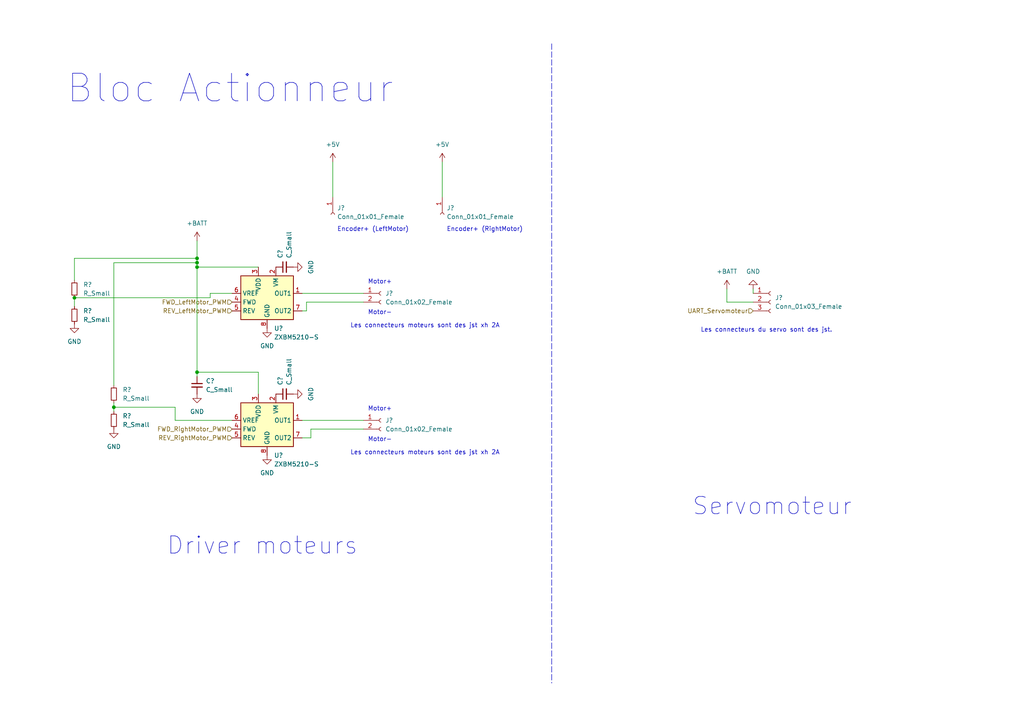
<source format=kicad_sch>
(kicad_sch (version 20211123) (generator eeschema)

  (uuid 80efd060-67af-4932-b9e1-fe230af71651)

  (paper "A4")

  (lib_symbols
    (symbol "Connector:Conn_01x01_Female" (pin_names (offset 1.016) hide) (in_bom yes) (on_board yes)
      (property "Reference" "J" (id 0) (at 0 2.54 0)
        (effects (font (size 1.27 1.27)))
      )
      (property "Value" "Conn_01x01_Female" (id 1) (at 0 -2.54 0)
        (effects (font (size 1.27 1.27)))
      )
      (property "Footprint" "" (id 2) (at 0 0 0)
        (effects (font (size 1.27 1.27)) hide)
      )
      (property "Datasheet" "~" (id 3) (at 0 0 0)
        (effects (font (size 1.27 1.27)) hide)
      )
      (property "ki_keywords" "connector" (id 4) (at 0 0 0)
        (effects (font (size 1.27 1.27)) hide)
      )
      (property "ki_description" "Generic connector, single row, 01x01, script generated (kicad-library-utils/schlib/autogen/connector/)" (id 5) (at 0 0 0)
        (effects (font (size 1.27 1.27)) hide)
      )
      (property "ki_fp_filters" "Connector*:*" (id 6) (at 0 0 0)
        (effects (font (size 1.27 1.27)) hide)
      )
      (symbol "Conn_01x01_Female_1_1"
        (polyline
          (pts
            (xy -1.27 0)
            (xy -0.508 0)
          )
          (stroke (width 0.1524) (type default) (color 0 0 0 0))
          (fill (type none))
        )
        (arc (start 0 0.508) (mid -0.508 0) (end 0 -0.508)
          (stroke (width 0.1524) (type default) (color 0 0 0 0))
          (fill (type none))
        )
        (pin passive line (at -5.08 0 0) (length 3.81)
          (name "Pin_1" (effects (font (size 1.27 1.27))))
          (number "1" (effects (font (size 1.27 1.27))))
        )
      )
    )
    (symbol "Connector:Conn_01x02_Female" (pin_names (offset 1.016) hide) (in_bom yes) (on_board yes)
      (property "Reference" "J" (id 0) (at 0 2.54 0)
        (effects (font (size 1.27 1.27)))
      )
      (property "Value" "Conn_01x02_Female" (id 1) (at 0 -5.08 0)
        (effects (font (size 1.27 1.27)))
      )
      (property "Footprint" "" (id 2) (at 0 0 0)
        (effects (font (size 1.27 1.27)) hide)
      )
      (property "Datasheet" "~" (id 3) (at 0 0 0)
        (effects (font (size 1.27 1.27)) hide)
      )
      (property "ki_keywords" "connector" (id 4) (at 0 0 0)
        (effects (font (size 1.27 1.27)) hide)
      )
      (property "ki_description" "Generic connector, single row, 01x02, script generated (kicad-library-utils/schlib/autogen/connector/)" (id 5) (at 0 0 0)
        (effects (font (size 1.27 1.27)) hide)
      )
      (property "ki_fp_filters" "Connector*:*_1x??_*" (id 6) (at 0 0 0)
        (effects (font (size 1.27 1.27)) hide)
      )
      (symbol "Conn_01x02_Female_1_1"
        (arc (start 0 -2.032) (mid -0.508 -2.54) (end 0 -3.048)
          (stroke (width 0.1524) (type default) (color 0 0 0 0))
          (fill (type none))
        )
        (polyline
          (pts
            (xy -1.27 -2.54)
            (xy -0.508 -2.54)
          )
          (stroke (width 0.1524) (type default) (color 0 0 0 0))
          (fill (type none))
        )
        (polyline
          (pts
            (xy -1.27 0)
            (xy -0.508 0)
          )
          (stroke (width 0.1524) (type default) (color 0 0 0 0))
          (fill (type none))
        )
        (arc (start 0 0.508) (mid -0.508 0) (end 0 -0.508)
          (stroke (width 0.1524) (type default) (color 0 0 0 0))
          (fill (type none))
        )
        (pin passive line (at -5.08 0 0) (length 3.81)
          (name "Pin_1" (effects (font (size 1.27 1.27))))
          (number "1" (effects (font (size 1.27 1.27))))
        )
        (pin passive line (at -5.08 -2.54 0) (length 3.81)
          (name "Pin_2" (effects (font (size 1.27 1.27))))
          (number "2" (effects (font (size 1.27 1.27))))
        )
      )
    )
    (symbol "Connector:Conn_01x03_Female" (pin_names (offset 1.016) hide) (in_bom yes) (on_board yes)
      (property "Reference" "J" (id 0) (at 0 5.08 0)
        (effects (font (size 1.27 1.27)))
      )
      (property "Value" "Conn_01x03_Female" (id 1) (at 0 -5.08 0)
        (effects (font (size 1.27 1.27)))
      )
      (property "Footprint" "" (id 2) (at 0 0 0)
        (effects (font (size 1.27 1.27)) hide)
      )
      (property "Datasheet" "~" (id 3) (at 0 0 0)
        (effects (font (size 1.27 1.27)) hide)
      )
      (property "ki_keywords" "connector" (id 4) (at 0 0 0)
        (effects (font (size 1.27 1.27)) hide)
      )
      (property "ki_description" "Generic connector, single row, 01x03, script generated (kicad-library-utils/schlib/autogen/connector/)" (id 5) (at 0 0 0)
        (effects (font (size 1.27 1.27)) hide)
      )
      (property "ki_fp_filters" "Connector*:*_1x??_*" (id 6) (at 0 0 0)
        (effects (font (size 1.27 1.27)) hide)
      )
      (symbol "Conn_01x03_Female_1_1"
        (arc (start 0 -2.032) (mid -0.508 -2.54) (end 0 -3.048)
          (stroke (width 0.1524) (type default) (color 0 0 0 0))
          (fill (type none))
        )
        (polyline
          (pts
            (xy -1.27 -2.54)
            (xy -0.508 -2.54)
          )
          (stroke (width 0.1524) (type default) (color 0 0 0 0))
          (fill (type none))
        )
        (polyline
          (pts
            (xy -1.27 0)
            (xy -0.508 0)
          )
          (stroke (width 0.1524) (type default) (color 0 0 0 0))
          (fill (type none))
        )
        (polyline
          (pts
            (xy -1.27 2.54)
            (xy -0.508 2.54)
          )
          (stroke (width 0.1524) (type default) (color 0 0 0 0))
          (fill (type none))
        )
        (arc (start 0 0.508) (mid -0.508 0) (end 0 -0.508)
          (stroke (width 0.1524) (type default) (color 0 0 0 0))
          (fill (type none))
        )
        (arc (start 0 3.048) (mid -0.508 2.54) (end 0 2.032)
          (stroke (width 0.1524) (type default) (color 0 0 0 0))
          (fill (type none))
        )
        (pin passive line (at -5.08 2.54 0) (length 3.81)
          (name "Pin_1" (effects (font (size 1.27 1.27))))
          (number "1" (effects (font (size 1.27 1.27))))
        )
        (pin passive line (at -5.08 0 0) (length 3.81)
          (name "Pin_2" (effects (font (size 1.27 1.27))))
          (number "2" (effects (font (size 1.27 1.27))))
        )
        (pin passive line (at -5.08 -2.54 0) (length 3.81)
          (name "Pin_3" (effects (font (size 1.27 1.27))))
          (number "3" (effects (font (size 1.27 1.27))))
        )
      )
    )
    (symbol "Device:C_Small" (pin_numbers hide) (pin_names (offset 0.254) hide) (in_bom yes) (on_board yes)
      (property "Reference" "C" (id 0) (at 0.254 1.778 0)
        (effects (font (size 1.27 1.27)) (justify left))
      )
      (property "Value" "C_Small" (id 1) (at 0.254 -2.032 0)
        (effects (font (size 1.27 1.27)) (justify left))
      )
      (property "Footprint" "" (id 2) (at 0 0 0)
        (effects (font (size 1.27 1.27)) hide)
      )
      (property "Datasheet" "~" (id 3) (at 0 0 0)
        (effects (font (size 1.27 1.27)) hide)
      )
      (property "ki_keywords" "capacitor cap" (id 4) (at 0 0 0)
        (effects (font (size 1.27 1.27)) hide)
      )
      (property "ki_description" "Unpolarized capacitor, small symbol" (id 5) (at 0 0 0)
        (effects (font (size 1.27 1.27)) hide)
      )
      (property "ki_fp_filters" "C_*" (id 6) (at 0 0 0)
        (effects (font (size 1.27 1.27)) hide)
      )
      (symbol "C_Small_0_1"
        (polyline
          (pts
            (xy -1.524 -0.508)
            (xy 1.524 -0.508)
          )
          (stroke (width 0.3302) (type default) (color 0 0 0 0))
          (fill (type none))
        )
        (polyline
          (pts
            (xy -1.524 0.508)
            (xy 1.524 0.508)
          )
          (stroke (width 0.3048) (type default) (color 0 0 0 0))
          (fill (type none))
        )
      )
      (symbol "C_Small_1_1"
        (pin passive line (at 0 2.54 270) (length 2.032)
          (name "~" (effects (font (size 1.27 1.27))))
          (number "1" (effects (font (size 1.27 1.27))))
        )
        (pin passive line (at 0 -2.54 90) (length 2.032)
          (name "~" (effects (font (size 1.27 1.27))))
          (number "2" (effects (font (size 1.27 1.27))))
        )
      )
    )
    (symbol "Device:R_Small" (pin_numbers hide) (pin_names (offset 0.254) hide) (in_bom yes) (on_board yes)
      (property "Reference" "R" (id 0) (at 0.762 0.508 0)
        (effects (font (size 1.27 1.27)) (justify left))
      )
      (property "Value" "R_Small" (id 1) (at 0.762 -1.016 0)
        (effects (font (size 1.27 1.27)) (justify left))
      )
      (property "Footprint" "" (id 2) (at 0 0 0)
        (effects (font (size 1.27 1.27)) hide)
      )
      (property "Datasheet" "~" (id 3) (at 0 0 0)
        (effects (font (size 1.27 1.27)) hide)
      )
      (property "ki_keywords" "R resistor" (id 4) (at 0 0 0)
        (effects (font (size 1.27 1.27)) hide)
      )
      (property "ki_description" "Resistor, small symbol" (id 5) (at 0 0 0)
        (effects (font (size 1.27 1.27)) hide)
      )
      (property "ki_fp_filters" "R_*" (id 6) (at 0 0 0)
        (effects (font (size 1.27 1.27)) hide)
      )
      (symbol "R_Small_0_1"
        (rectangle (start -0.762 1.778) (end 0.762 -1.778)
          (stroke (width 0.2032) (type default) (color 0 0 0 0))
          (fill (type none))
        )
      )
      (symbol "R_Small_1_1"
        (pin passive line (at 0 2.54 270) (length 0.762)
          (name "~" (effects (font (size 1.27 1.27))))
          (number "1" (effects (font (size 1.27 1.27))))
        )
        (pin passive line (at 0 -2.54 90) (length 0.762)
          (name "~" (effects (font (size 1.27 1.27))))
          (number "2" (effects (font (size 1.27 1.27))))
        )
      )
    )
    (symbol "Driver_Motor:ZXBM5210-S" (in_bom yes) (on_board yes)
      (property "Reference" "U" (id 0) (at -7.62 8.89 0)
        (effects (font (size 1.27 1.27)))
      )
      (property "Value" "ZXBM5210-S" (id 1) (at 10.16 8.89 0)
        (effects (font (size 1.27 1.27)))
      )
      (property "Footprint" "Package_SO:SOIC-8_3.9x4.9mm_P1.27mm" (id 2) (at 1.27 -6.35 0)
        (effects (font (size 1.27 1.27)) hide)
      )
      (property "Datasheet" "https://www.diodes.com/assets/Datasheets/ZXBM5210.pdf" (id 3) (at 0 0 0)
        (effects (font (size 1.27 1.27)) hide)
      )
      (property "ki_keywords" "H-bridge, motor driver, PWM, single coil" (id 4) (at 0 0 0)
        (effects (font (size 1.27 1.27)) hide)
      )
      (property "ki_description" "Reversible DC motor drive with speed control, 3-18V, 0.85A, SOIC-8" (id 5) (at 0 0 0)
        (effects (font (size 1.27 1.27)) hide)
      )
      (property "ki_fp_filters" "SOIC*3.9x4.9mm*P1.27mm*" (id 6) (at 0 0 0)
        (effects (font (size 1.27 1.27)) hide)
      )
      (symbol "ZXBM5210-S_0_0"
        (pin output line (at 10.16 2.54 180) (length 2.54)
          (name "OUT1" (effects (font (size 1.27 1.27))))
          (number "1" (effects (font (size 1.27 1.27))))
        )
        (pin power_in line (at 2.54 10.16 270) (length 2.54)
          (name "VM" (effects (font (size 1.27 1.27))))
          (number "2" (effects (font (size 1.27 1.27))))
        )
        (pin power_in line (at -2.54 10.16 270) (length 2.54)
          (name "VDD" (effects (font (size 1.27 1.27))))
          (number "3" (effects (font (size 1.27 1.27))))
        )
        (pin input line (at -10.16 0 0) (length 2.54)
          (name "FWD" (effects (font (size 1.27 1.27))))
          (number "4" (effects (font (size 1.27 1.27))))
        )
        (pin input line (at -10.16 -2.54 0) (length 2.54)
          (name "REV" (effects (font (size 1.27 1.27))))
          (number "5" (effects (font (size 1.27 1.27))))
        )
        (pin input line (at -10.16 2.54 0) (length 2.54)
          (name "VREF" (effects (font (size 1.27 1.27))))
          (number "6" (effects (font (size 1.27 1.27))))
        )
        (pin output line (at 10.16 -2.54 180) (length 2.54)
          (name "OUT2" (effects (font (size 1.27 1.27))))
          (number "7" (effects (font (size 1.27 1.27))))
        )
        (pin power_in line (at 0 -7.62 90) (length 2.54)
          (name "GND" (effects (font (size 1.27 1.27))))
          (number "8" (effects (font (size 1.27 1.27))))
        )
      )
      (symbol "ZXBM5210-S_0_1"
        (rectangle (start -7.62 7.62) (end 7.62 -5.08)
          (stroke (width 0.254) (type default) (color 0 0 0 0))
          (fill (type background))
        )
      )
    )
    (symbol "power:+5V" (power) (pin_names (offset 0)) (in_bom yes) (on_board yes)
      (property "Reference" "#PWR" (id 0) (at 0 -3.81 0)
        (effects (font (size 1.27 1.27)) hide)
      )
      (property "Value" "+5V" (id 1) (at 0 3.556 0)
        (effects (font (size 1.27 1.27)))
      )
      (property "Footprint" "" (id 2) (at 0 0 0)
        (effects (font (size 1.27 1.27)) hide)
      )
      (property "Datasheet" "" (id 3) (at 0 0 0)
        (effects (font (size 1.27 1.27)) hide)
      )
      (property "ki_keywords" "power-flag" (id 4) (at 0 0 0)
        (effects (font (size 1.27 1.27)) hide)
      )
      (property "ki_description" "Power symbol creates a global label with name \"+5V\"" (id 5) (at 0 0 0)
        (effects (font (size 1.27 1.27)) hide)
      )
      (symbol "+5V_0_1"
        (polyline
          (pts
            (xy -0.762 1.27)
            (xy 0 2.54)
          )
          (stroke (width 0) (type default) (color 0 0 0 0))
          (fill (type none))
        )
        (polyline
          (pts
            (xy 0 0)
            (xy 0 2.54)
          )
          (stroke (width 0) (type default) (color 0 0 0 0))
          (fill (type none))
        )
        (polyline
          (pts
            (xy 0 2.54)
            (xy 0.762 1.27)
          )
          (stroke (width 0) (type default) (color 0 0 0 0))
          (fill (type none))
        )
      )
      (symbol "+5V_1_1"
        (pin power_in line (at 0 0 90) (length 0) hide
          (name "+5V" (effects (font (size 1.27 1.27))))
          (number "1" (effects (font (size 1.27 1.27))))
        )
      )
    )
    (symbol "power:+BATT" (power) (pin_names (offset 0)) (in_bom yes) (on_board yes)
      (property "Reference" "#PWR" (id 0) (at 0 -3.81 0)
        (effects (font (size 1.27 1.27)) hide)
      )
      (property "Value" "+BATT" (id 1) (at 0 3.556 0)
        (effects (font (size 1.27 1.27)))
      )
      (property "Footprint" "" (id 2) (at 0 0 0)
        (effects (font (size 1.27 1.27)) hide)
      )
      (property "Datasheet" "" (id 3) (at 0 0 0)
        (effects (font (size 1.27 1.27)) hide)
      )
      (property "ki_keywords" "power-flag battery" (id 4) (at 0 0 0)
        (effects (font (size 1.27 1.27)) hide)
      )
      (property "ki_description" "Power symbol creates a global label with name \"+BATT\"" (id 5) (at 0 0 0)
        (effects (font (size 1.27 1.27)) hide)
      )
      (symbol "+BATT_0_1"
        (polyline
          (pts
            (xy -0.762 1.27)
            (xy 0 2.54)
          )
          (stroke (width 0) (type default) (color 0 0 0 0))
          (fill (type none))
        )
        (polyline
          (pts
            (xy 0 0)
            (xy 0 2.54)
          )
          (stroke (width 0) (type default) (color 0 0 0 0))
          (fill (type none))
        )
        (polyline
          (pts
            (xy 0 2.54)
            (xy 0.762 1.27)
          )
          (stroke (width 0) (type default) (color 0 0 0 0))
          (fill (type none))
        )
      )
      (symbol "+BATT_1_1"
        (pin power_in line (at 0 0 90) (length 0) hide
          (name "+BATT" (effects (font (size 1.27 1.27))))
          (number "1" (effects (font (size 1.27 1.27))))
        )
      )
    )
    (symbol "power:GND" (power) (pin_names (offset 0)) (in_bom yes) (on_board yes)
      (property "Reference" "#PWR" (id 0) (at 0 -6.35 0)
        (effects (font (size 1.27 1.27)) hide)
      )
      (property "Value" "GND" (id 1) (at 0 -3.81 0)
        (effects (font (size 1.27 1.27)))
      )
      (property "Footprint" "" (id 2) (at 0 0 0)
        (effects (font (size 1.27 1.27)) hide)
      )
      (property "Datasheet" "" (id 3) (at 0 0 0)
        (effects (font (size 1.27 1.27)) hide)
      )
      (property "ki_keywords" "power-flag" (id 4) (at 0 0 0)
        (effects (font (size 1.27 1.27)) hide)
      )
      (property "ki_description" "Power symbol creates a global label with name \"GND\" , ground" (id 5) (at 0 0 0)
        (effects (font (size 1.27 1.27)) hide)
      )
      (symbol "GND_0_1"
        (polyline
          (pts
            (xy 0 0)
            (xy 0 -1.27)
            (xy 1.27 -1.27)
            (xy 0 -2.54)
            (xy -1.27 -1.27)
            (xy 0 -1.27)
          )
          (stroke (width 0) (type default) (color 0 0 0 0))
          (fill (type none))
        )
      )
      (symbol "GND_1_1"
        (pin power_in line (at 0 0 270) (length 0) hide
          (name "GND" (effects (font (size 1.27 1.27))))
          (number "1" (effects (font (size 1.27 1.27))))
        )
      )
    )
  )

  (junction (at 21.59 86.36) (diameter 0) (color 0 0 0 0)
    (uuid 294ff4d1-3acc-4dfd-a2c3-706439cdbc41)
  )
  (junction (at 57.15 77.47) (diameter 0) (color 0 0 0 0)
    (uuid 5b9b4b95-cbae-40ba-9bc3-8fd23ce34cc8)
  )
  (junction (at 33.02 118.11) (diameter 0) (color 0 0 0 0)
    (uuid 62ba7709-6bdc-4f99-88cb-ac16c4414a42)
  )
  (junction (at 57.15 74.93) (diameter 0) (color 0 0 0 0)
    (uuid 877eb933-d96b-43b7-9567-b90f9515b8bd)
  )
  (junction (at 57.15 76.2) (diameter 0) (color 0 0 0 0)
    (uuid aaf0e037-1eb3-4310-8649-14f700f4fa4f)
  )
  (junction (at 57.15 107.95) (diameter 0) (color 0 0 0 0)
    (uuid ab431a94-6968-4de7-9e6c-5a854473850a)
  )

  (polyline (pts (xy 160.02 12.7) (xy 160.02 198.12))
    (stroke (width 0) (type default) (color 0 0 0 0))
    (uuid 09f3ed32-7cc0-430a-86d5-773199cd98b1)
  )

  (wire (pts (xy 50.8 121.92) (xy 50.8 118.11))
    (stroke (width 0) (type default) (color 0 0 0 0))
    (uuid 25a17d2a-4be0-40e2-a32c-c0b42109e8f7)
  )
  (wire (pts (xy 210.82 83.82) (xy 210.82 87.63))
    (stroke (width 0) (type default) (color 0 0 0 0))
    (uuid 2664dab3-8f67-4584-8fd5-cfa142343925)
  )
  (wire (pts (xy 57.15 107.95) (xy 74.93 107.95))
    (stroke (width 0) (type default) (color 0 0 0 0))
    (uuid 2f2f85c9-1fd9-4b24-9c27-99ca1e5e640a)
  )
  (wire (pts (xy 21.59 86.36) (xy 21.59 88.9))
    (stroke (width 0) (type default) (color 0 0 0 0))
    (uuid 2f31df4b-5769-499b-b205-757db21789a3)
  )
  (wire (pts (xy 21.59 81.28) (xy 21.59 74.93))
    (stroke (width 0) (type default) (color 0 0 0 0))
    (uuid 36280023-ea6b-47bf-9bbb-b98fc45f66ca)
  )
  (wire (pts (xy 210.82 87.63) (xy 218.44 87.63))
    (stroke (width 0) (type default) (color 0 0 0 0))
    (uuid 3a168425-962f-4ea3-81ab-6684968681c3)
  )
  (wire (pts (xy 74.93 107.95) (xy 74.93 114.3))
    (stroke (width 0) (type default) (color 0 0 0 0))
    (uuid 465f4141-e6b6-4764-a15a-518df7fcc181)
  )
  (wire (pts (xy 128.27 46.99) (xy 128.27 57.15))
    (stroke (width 0) (type default) (color 0 0 0 0))
    (uuid 4b202066-0aaa-4bdc-ab31-8eafa4a34494)
  )
  (wire (pts (xy 33.02 76.2) (xy 57.15 76.2))
    (stroke (width 0) (type default) (color 0 0 0 0))
    (uuid 5075265d-2543-4743-8ea0-715cc059df41)
  )
  (wire (pts (xy 33.02 116.84) (xy 33.02 118.11))
    (stroke (width 0) (type default) (color 0 0 0 0))
    (uuid 51e6469d-d1db-445a-9cb8-e09c242c8e2c)
  )
  (wire (pts (xy 57.15 107.95) (xy 57.15 109.22))
    (stroke (width 0) (type default) (color 0 0 0 0))
    (uuid 51f6a1a6-7aef-40c1-be46-c52d0f89d76c)
  )
  (wire (pts (xy 90.17 127) (xy 90.17 124.46))
    (stroke (width 0) (type default) (color 0 0 0 0))
    (uuid 543090a9-a0d7-4e43-9528-015ff85d938e)
  )
  (wire (pts (xy 33.02 111.76) (xy 33.02 76.2))
    (stroke (width 0) (type default) (color 0 0 0 0))
    (uuid 583c369e-e09e-4e4c-baea-d084565a5e38)
  )
  (wire (pts (xy 87.63 90.17) (xy 88.9 90.17))
    (stroke (width 0) (type default) (color 0 0 0 0))
    (uuid 6deeb4c8-6b33-4065-96cb-a8a553691081)
  )
  (wire (pts (xy 21.59 86.36) (xy 60.96 86.36))
    (stroke (width 0) (type default) (color 0 0 0 0))
    (uuid 792653c2-da40-449b-8f8d-b583d6321db2)
  )
  (wire (pts (xy 96.52 46.99) (xy 96.52 57.15))
    (stroke (width 0) (type default) (color 0 0 0 0))
    (uuid 7e953577-c0ff-4405-99fb-79da7da312b8)
  )
  (wire (pts (xy 67.31 121.92) (xy 50.8 121.92))
    (stroke (width 0) (type default) (color 0 0 0 0))
    (uuid 81066c97-11f1-47c9-ad35-c35d59913f09)
  )
  (wire (pts (xy 74.93 77.47) (xy 57.15 77.47))
    (stroke (width 0) (type default) (color 0 0 0 0))
    (uuid 92a2f878-7510-415b-ae80-cce3ab9a8776)
  )
  (wire (pts (xy 87.63 85.09) (xy 105.41 85.09))
    (stroke (width 0) (type default) (color 0 0 0 0))
    (uuid 9712cc35-4d52-4658-8a7c-6592b9298a3e)
  )
  (wire (pts (xy 88.9 87.63) (xy 105.41 87.63))
    (stroke (width 0) (type default) (color 0 0 0 0))
    (uuid 97fffbbc-d402-41ae-9944-0f11cd20f0bb)
  )
  (wire (pts (xy 88.9 90.17) (xy 88.9 87.63))
    (stroke (width 0) (type default) (color 0 0 0 0))
    (uuid 9f69698f-c85a-47a7-acc7-7c3ad700182c)
  )
  (wire (pts (xy 57.15 69.85) (xy 57.15 74.93))
    (stroke (width 0) (type default) (color 0 0 0 0))
    (uuid 9fdbdf01-55eb-477c-8731-810c93f987d7)
  )
  (wire (pts (xy 33.02 118.11) (xy 33.02 119.38))
    (stroke (width 0) (type default) (color 0 0 0 0))
    (uuid ac3507f8-c0ed-4a8a-8f9d-a0f35d76cc1e)
  )
  (wire (pts (xy 57.15 77.47) (xy 57.15 76.2))
    (stroke (width 0) (type default) (color 0 0 0 0))
    (uuid aeea3138-662d-4a80-ac07-db66ff9bfe26)
  )
  (wire (pts (xy 87.63 121.92) (xy 105.41 121.92))
    (stroke (width 0) (type default) (color 0 0 0 0))
    (uuid b1f9e327-abd2-4f50-a53a-82a9da131ac8)
  )
  (wire (pts (xy 90.17 124.46) (xy 105.41 124.46))
    (stroke (width 0) (type default) (color 0 0 0 0))
    (uuid b4684858-b3c6-47ca-b545-73a1f2539505)
  )
  (wire (pts (xy 60.96 85.09) (xy 67.31 85.09))
    (stroke (width 0) (type default) (color 0 0 0 0))
    (uuid b53eb184-6ec8-41d3-b465-aacc47678bd5)
  )
  (wire (pts (xy 57.15 77.47) (xy 57.15 107.95))
    (stroke (width 0) (type default) (color 0 0 0 0))
    (uuid cafa5a4a-08e4-49e5-99d2-0ed5687f213b)
  )
  (wire (pts (xy 57.15 76.2) (xy 57.15 74.93))
    (stroke (width 0) (type default) (color 0 0 0 0))
    (uuid dd6a854a-743d-415f-9f29-a331385b3f76)
  )
  (wire (pts (xy 21.59 74.93) (xy 57.15 74.93))
    (stroke (width 0) (type default) (color 0 0 0 0))
    (uuid dd8d98e5-2cad-4166-8183-13cbd7b7f800)
  )
  (wire (pts (xy 87.63 127) (xy 90.17 127))
    (stroke (width 0) (type default) (color 0 0 0 0))
    (uuid e57edb21-cea2-4e19-8d25-402909eaeaad)
  )
  (wire (pts (xy 60.96 86.36) (xy 60.96 85.09))
    (stroke (width 0) (type default) (color 0 0 0 0))
    (uuid ee5e732f-f3e8-49cb-afdc-63f00809781a)
  )
  (wire (pts (xy 50.8 118.11) (xy 33.02 118.11))
    (stroke (width 0) (type default) (color 0 0 0 0))
    (uuid efe7e130-dd10-4e87-aa17-66fad04ee79a)
  )
  (wire (pts (xy 218.44 83.82) (xy 218.44 85.09))
    (stroke (width 0) (type default) (color 0 0 0 0))
    (uuid ff6902a8-ffe8-4aff-aeb9-e62998fc9809)
  )

  (text "Encoder+ (LeftMotor)" (at 97.79 67.31 0)
    (effects (font (size 1.27 1.27)) (justify left bottom))
    (uuid 0fd2d4b4-aed2-4702-85ea-fb0c1b5e9691)
  )
  (text "Driver moteurs\n" (at 48.26 161.29 0)
    (effects (font (size 5 5)) (justify left bottom))
    (uuid 2472a9fc-e9da-4efd-be7b-b32bb138433d)
  )
  (text "Les connecteurs moteurs sont des jst xh 2A" (at 101.6 132.08 0)
    (effects (font (size 1.27 1.27)) (justify left bottom))
    (uuid 2a842deb-7733-4d86-a9b2-bd4216b442d4)
  )
  (text "Motor+" (at 106.68 82.55 0)
    (effects (font (size 1.27 1.27)) (justify left bottom))
    (uuid 31005d05-032f-4b94-99f0-9d560e17b203)
  )
  (text "Motor-" (at 106.68 91.44 0)
    (effects (font (size 1.27 1.27)) (justify left bottom))
    (uuid 3e821648-5612-4697-8bc2-e68c2492d57d)
  )
  (text "Motor+" (at 106.68 119.38 0)
    (effects (font (size 1.27 1.27)) (justify left bottom))
    (uuid 59240b7f-672b-4c92-93d4-de35bffa4112)
  )
  (text "Servomoteur" (at 200.66 149.86 0)
    (effects (font (size 5 5)) (justify left bottom))
    (uuid 9705cee3-4446-4aee-b02e-b12ca32dd977)
  )
  (text "Les connecteurs du servo sont des jst." (at 203.2 96.52 0)
    (effects (font (size 1.27 1.27)) (justify left bottom))
    (uuid e44cc84a-8915-4591-8d33-40a77a5529ba)
  )
  (text "Motor-" (at 106.68 128.27 0)
    (effects (font (size 1.27 1.27)) (justify left bottom))
    (uuid e484536c-8612-4661-935b-b4096018fa0c)
  )
  (text "Encoder+ (RightMotor)" (at 129.54 67.31 0)
    (effects (font (size 1.27 1.27)) (justify left bottom))
    (uuid f464424a-6cf3-49cb-b139-1d3f25cc5cfb)
  )
  (text "Les connecteurs moteurs sont des jst xh 2A" (at 101.6 95.25 0)
    (effects (font (size 1.27 1.27)) (justify left bottom))
    (uuid f79926ea-7649-43e5-9ba3-4f529cb72957)
  )
  (text "Bloc Actionneur" (at 19.05 30.48 0)
    (effects (font (size 8 8)) (justify left bottom))
    (uuid fc0a04c4-6ebb-4061-874f-a51c18d10153)
  )

  (hierarchical_label "FWD_RightMotor_PWM" (shape input) (at 67.31 124.46 180)
    (effects (font (size 1.27 1.27)) (justify right))
    (uuid 267760d5-5702-4523-b21b-b53dcba66935)
  )
  (hierarchical_label "UART_Servomoteur" (shape input) (at 218.44 90.17 180)
    (effects (font (size 1.27 1.27)) (justify right))
    (uuid 311a7a90-2e2b-4782-b46c-7856cf32ac91)
  )
  (hierarchical_label "REV_RightMotor_PWM" (shape input) (at 67.31 127 180)
    (effects (font (size 1.27 1.27)) (justify right))
    (uuid 6051e137-f0a3-47b3-affc-5ff8ed7f564c)
  )
  (hierarchical_label "REV_LeftMotor_PWM" (shape input) (at 67.31 90.17 180)
    (effects (font (size 1.27 1.27)) (justify right))
    (uuid d735e333-cbb4-459b-94c9-5291205c90c6)
  )
  (hierarchical_label "FWD_LeftMotor_PWM" (shape input) (at 67.31 87.63 180)
    (effects (font (size 1.27 1.27)) (justify right))
    (uuid da29fb24-5a83-4d63-8421-bf834d90eeeb)
  )

  (symbol (lib_id "Device:R_Small") (at 33.02 114.3 0) (unit 1)
    (in_bom yes) (on_board yes) (fields_autoplaced)
    (uuid 0aae9a80-c88e-482d-abe7-4cda86cb0f52)
    (property "Reference" "R?" (id 0) (at 35.56 113.0299 0)
      (effects (font (size 1.27 1.27)) (justify left))
    )
    (property "Value" "R_Small" (id 1) (at 35.56 115.5699 0)
      (effects (font (size 1.27 1.27)) (justify left))
    )
    (property "Footprint" "" (id 2) (at 33.02 114.3 0)
      (effects (font (size 1.27 1.27)) hide)
    )
    (property "Datasheet" "~" (id 3) (at 33.02 114.3 0)
      (effects (font (size 1.27 1.27)) hide)
    )
    (pin "1" (uuid 73c95d04-f3a8-4a51-9b54-55fc810d33db))
    (pin "2" (uuid d3ed00c1-34bb-4733-ab4a-969382036fab))
  )

  (symbol (lib_id "power:GND") (at 57.15 114.3 0) (unit 1)
    (in_bom yes) (on_board yes) (fields_autoplaced)
    (uuid 1f23ef89-a9f7-40aa-89ad-27a1fb97c6d6)
    (property "Reference" "#PWR?" (id 0) (at 57.15 120.65 0)
      (effects (font (size 1.27 1.27)) hide)
    )
    (property "Value" "GND" (id 1) (at 57.15 119.38 0))
    (property "Footprint" "" (id 2) (at 57.15 114.3 0)
      (effects (font (size 1.27 1.27)) hide)
    )
    (property "Datasheet" "" (id 3) (at 57.15 114.3 0)
      (effects (font (size 1.27 1.27)) hide)
    )
    (pin "1" (uuid 840c770f-b49e-4ddb-b2d2-d2a627b9f645))
  )

  (symbol (lib_id "Driver_Motor:ZXBM5210-S") (at 77.47 124.46 0) (unit 1)
    (in_bom yes) (on_board yes) (fields_autoplaced)
    (uuid 1f9f51c9-f8cb-4f72-8abf-b4992ce58e9b)
    (property "Reference" "U?" (id 0) (at 79.4894 132.08 0)
      (effects (font (size 1.27 1.27)) (justify left))
    )
    (property "Value" "ZXBM5210-S" (id 1) (at 79.4894 134.62 0)
      (effects (font (size 1.27 1.27)) (justify left))
    )
    (property "Footprint" "Package_SO:SOIC-8_3.9x4.9mm_P1.27mm" (id 2) (at 78.74 130.81 0)
      (effects (font (size 1.27 1.27)) hide)
    )
    (property "Datasheet" "https://www.diodes.com/assets/Datasheets/ZXBM5210.pdf" (id 3) (at 77.47 124.46 0)
      (effects (font (size 1.27 1.27)) hide)
    )
    (pin "1" (uuid b1a67de0-33dd-4fb4-a325-0d10eb628e1e))
    (pin "2" (uuid 3a2ffb6f-805d-4f2e-9650-c9f7ee20190e))
    (pin "3" (uuid 351e229a-8880-4a05-94b0-069b2363dcf0))
    (pin "4" (uuid 7173b5a0-044f-4804-8cc8-e6d89e0498dc))
    (pin "5" (uuid 03cff02a-3d94-4025-b7e1-098690c08a43))
    (pin "6" (uuid 1b8066ec-7175-4fe7-a466-016482fb4485))
    (pin "7" (uuid e070e0dd-b7f7-4a72-9e4d-e41bc35d97a3))
    (pin "8" (uuid 2a173107-34c2-45a2-9f8f-659d38d5e343))
  )

  (symbol (lib_id "power:GND") (at 218.44 83.82 180) (unit 1)
    (in_bom yes) (on_board yes)
    (uuid 308b8838-3c43-460f-bae6-8a3e595130ed)
    (property "Reference" "#PWR?" (id 0) (at 218.44 77.47 0)
      (effects (font (size 1.27 1.27)) hide)
    )
    (property "Value" "GND" (id 1) (at 218.44 78.74 0))
    (property "Footprint" "" (id 2) (at 218.44 83.82 0)
      (effects (font (size 1.27 1.27)) hide)
    )
    (property "Datasheet" "" (id 3) (at 218.44 83.82 0)
      (effects (font (size 1.27 1.27)) hide)
    )
    (pin "1" (uuid bb4d3f38-6a71-479c-a2f8-284d7bf36e5e))
  )

  (symbol (lib_id "Device:C_Small") (at 82.55 114.3 90) (unit 1)
    (in_bom yes) (on_board yes) (fields_autoplaced)
    (uuid 367527ec-7720-4115-8abf-14746854f0dd)
    (property "Reference" "C?" (id 0) (at 81.2862 111.76 0)
      (effects (font (size 1.27 1.27)) (justify left))
    )
    (property "Value" "C_Small" (id 1) (at 83.8262 111.76 0)
      (effects (font (size 1.27 1.27)) (justify left))
    )
    (property "Footprint" "" (id 2) (at 82.55 114.3 0)
      (effects (font (size 1.27 1.27)) hide)
    )
    (property "Datasheet" "~" (id 3) (at 82.55 114.3 0)
      (effects (font (size 1.27 1.27)) hide)
    )
    (pin "1" (uuid 38dbecdd-1f00-43aa-b7b5-5f9d819ed3ec))
    (pin "2" (uuid dab76a28-74d5-40a8-b952-18754014c1c3))
  )

  (symbol (lib_id "Device:R_Small") (at 33.02 121.92 0) (unit 1)
    (in_bom yes) (on_board yes) (fields_autoplaced)
    (uuid 45ed46bf-fbdf-4200-8b01-d69aa261dfe8)
    (property "Reference" "R?" (id 0) (at 35.56 120.6499 0)
      (effects (font (size 1.27 1.27)) (justify left))
    )
    (property "Value" "R_Small" (id 1) (at 35.56 123.1899 0)
      (effects (font (size 1.27 1.27)) (justify left))
    )
    (property "Footprint" "" (id 2) (at 33.02 121.92 0)
      (effects (font (size 1.27 1.27)) hide)
    )
    (property "Datasheet" "~" (id 3) (at 33.02 121.92 0)
      (effects (font (size 1.27 1.27)) hide)
    )
    (pin "1" (uuid d5d125ac-57ba-4ab5-bb88-4c66b69f0f0c))
    (pin "2" (uuid d37e56ff-f5c6-4197-8b89-4b40ca9431b1))
  )

  (symbol (lib_id "Device:C_Small") (at 57.15 111.76 0) (unit 1)
    (in_bom yes) (on_board yes) (fields_autoplaced)
    (uuid 6b80ec34-19ae-4d61-a77c-8bd8aae61845)
    (property "Reference" "C?" (id 0) (at 59.69 110.4962 0)
      (effects (font (size 1.27 1.27)) (justify left))
    )
    (property "Value" "C_Small" (id 1) (at 59.69 113.0362 0)
      (effects (font (size 1.27 1.27)) (justify left))
    )
    (property "Footprint" "" (id 2) (at 57.15 111.76 0)
      (effects (font (size 1.27 1.27)) hide)
    )
    (property "Datasheet" "~" (id 3) (at 57.15 111.76 0)
      (effects (font (size 1.27 1.27)) hide)
    )
    (pin "1" (uuid 81fcad89-4983-4994-a85b-3ff11ee9863c))
    (pin "2" (uuid c3b830fa-1386-4f03-94c2-dd95ea92dd50))
  )

  (symbol (lib_id "power:GND") (at 85.09 77.47 90) (unit 1)
    (in_bom yes) (on_board yes) (fields_autoplaced)
    (uuid 75496a67-4471-4cb1-b7df-f8fa89b3c31d)
    (property "Reference" "#PWR?" (id 0) (at 91.44 77.47 0)
      (effects (font (size 1.27 1.27)) hide)
    )
    (property "Value" "GND" (id 1) (at 90.17 77.47 0))
    (property "Footprint" "" (id 2) (at 85.09 77.47 0)
      (effects (font (size 1.27 1.27)) hide)
    )
    (property "Datasheet" "" (id 3) (at 85.09 77.47 0)
      (effects (font (size 1.27 1.27)) hide)
    )
    (pin "1" (uuid 2d6452ce-53fb-48ec-94b7-02f114d6ecd7))
  )

  (symbol (lib_id "power:+5V") (at 128.27 46.99 0) (unit 1)
    (in_bom yes) (on_board yes) (fields_autoplaced)
    (uuid 7beb8b98-312b-47a8-af3f-374b650bbf87)
    (property "Reference" "#PWR?" (id 0) (at 128.27 50.8 0)
      (effects (font (size 1.27 1.27)) hide)
    )
    (property "Value" "+5V" (id 1) (at 128.27 41.91 0))
    (property "Footprint" "" (id 2) (at 128.27 46.99 0)
      (effects (font (size 1.27 1.27)) hide)
    )
    (property "Datasheet" "" (id 3) (at 128.27 46.99 0)
      (effects (font (size 1.27 1.27)) hide)
    )
    (pin "1" (uuid 0f24bf40-14d4-4e55-b695-de5f01b6db4d))
  )

  (symbol (lib_id "power:GND") (at 85.09 114.3 90) (unit 1)
    (in_bom yes) (on_board yes) (fields_autoplaced)
    (uuid 7c23c107-9e3f-4d9a-ac77-9a2deb110e26)
    (property "Reference" "#PWR?" (id 0) (at 91.44 114.3 0)
      (effects (font (size 1.27 1.27)) hide)
    )
    (property "Value" "GND" (id 1) (at 90.17 114.3 0))
    (property "Footprint" "" (id 2) (at 85.09 114.3 0)
      (effects (font (size 1.27 1.27)) hide)
    )
    (property "Datasheet" "" (id 3) (at 85.09 114.3 0)
      (effects (font (size 1.27 1.27)) hide)
    )
    (pin "1" (uuid 8445bb9c-d56e-42f5-b9f3-ca879a6c85c3))
  )

  (symbol (lib_id "Driver_Motor:ZXBM5210-S") (at 77.47 87.63 0) (unit 1)
    (in_bom yes) (on_board yes) (fields_autoplaced)
    (uuid 7d3733fc-f637-4aeb-ab8d-3689a48179f0)
    (property "Reference" "U?" (id 0) (at 79.4894 95.25 0)
      (effects (font (size 1.27 1.27)) (justify left))
    )
    (property "Value" "ZXBM5210-S" (id 1) (at 79.4894 97.79 0)
      (effects (font (size 1.27 1.27)) (justify left))
    )
    (property "Footprint" "Package_SO:SOIC-8_3.9x4.9mm_P1.27mm" (id 2) (at 78.74 93.98 0)
      (effects (font (size 1.27 1.27)) hide)
    )
    (property "Datasheet" "https://www.diodes.com/assets/Datasheets/ZXBM5210.pdf" (id 3) (at 77.47 87.63 0)
      (effects (font (size 1.27 1.27)) hide)
    )
    (pin "1" (uuid 99a86745-563e-4bca-b564-8995920eb7df))
    (pin "2" (uuid c2013f02-4a12-4f68-88a7-3935d48a6de0))
    (pin "3" (uuid 0c3efa61-b71c-4e50-a6fe-b798a4a4f7e4))
    (pin "4" (uuid 221d0c1c-ab22-4b73-8a85-d6abd1781b6a))
    (pin "5" (uuid 1bd81291-17cb-49d6-adea-2c64109c1944))
    (pin "6" (uuid de7ac340-7c71-4243-bece-879cedda0c49))
    (pin "7" (uuid 79ae74dc-f592-4033-b3ce-799ef211c175))
    (pin "8" (uuid 6e258200-5029-4b56-940f-a11bd845c9e2))
  )

  (symbol (lib_id "Device:R_Small") (at 21.59 91.44 0) (unit 1)
    (in_bom yes) (on_board yes) (fields_autoplaced)
    (uuid 7e229c6b-8978-441d-b9d4-ef483c1a2789)
    (property "Reference" "R?" (id 0) (at 24.13 90.1699 0)
      (effects (font (size 1.27 1.27)) (justify left))
    )
    (property "Value" "R_Small" (id 1) (at 24.13 92.7099 0)
      (effects (font (size 1.27 1.27)) (justify left))
    )
    (property "Footprint" "" (id 2) (at 21.59 91.44 0)
      (effects (font (size 1.27 1.27)) hide)
    )
    (property "Datasheet" "~" (id 3) (at 21.59 91.44 0)
      (effects (font (size 1.27 1.27)) hide)
    )
    (pin "1" (uuid 438f96b6-1c6a-44ef-9ca5-066d2fa81d15))
    (pin "2" (uuid 38b2ca97-490c-4763-835d-5b2cbf2bd614))
  )

  (symbol (lib_id "Connector:Conn_01x03_Female") (at 223.52 87.63 0) (unit 1)
    (in_bom yes) (on_board yes) (fields_autoplaced)
    (uuid 83f817ce-674e-47f0-99bf-2502036876e1)
    (property "Reference" "J?" (id 0) (at 224.79 86.3599 0)
      (effects (font (size 1.27 1.27)) (justify left))
    )
    (property "Value" "Conn_01x03_Female" (id 1) (at 224.79 88.8999 0)
      (effects (font (size 1.27 1.27)) (justify left))
    )
    (property "Footprint" "" (id 2) (at 223.52 87.63 0)
      (effects (font (size 1.27 1.27)) hide)
    )
    (property "Datasheet" "~" (id 3) (at 223.52 87.63 0)
      (effects (font (size 1.27 1.27)) hide)
    )
    (pin "1" (uuid 9d1cdbed-9ca6-4003-9cd1-7d07dbe4e1bb))
    (pin "2" (uuid 3c5a11e5-a696-43f6-85a3-d75a07e5da74))
    (pin "3" (uuid c46890c4-9b6d-4b73-9158-dc5eae411380))
  )

  (symbol (lib_id "power:GND") (at 33.02 124.46 0) (unit 1)
    (in_bom yes) (on_board yes) (fields_autoplaced)
    (uuid 8fb4ca52-6d5a-4c3d-bf4b-24d40a251174)
    (property "Reference" "#PWR?" (id 0) (at 33.02 130.81 0)
      (effects (font (size 1.27 1.27)) hide)
    )
    (property "Value" "GND" (id 1) (at 33.02 129.54 0))
    (property "Footprint" "" (id 2) (at 33.02 124.46 0)
      (effects (font (size 1.27 1.27)) hide)
    )
    (property "Datasheet" "" (id 3) (at 33.02 124.46 0)
      (effects (font (size 1.27 1.27)) hide)
    )
    (pin "1" (uuid 1c6c09cb-4346-436a-be0c-72d789a685dc))
  )

  (symbol (lib_id "Connector:Conn_01x02_Female") (at 110.49 121.92 0) (unit 1)
    (in_bom yes) (on_board yes) (fields_autoplaced)
    (uuid a01ca503-f496-454c-a539-7ed46d72906c)
    (property "Reference" "J?" (id 0) (at 111.76 121.9199 0)
      (effects (font (size 1.27 1.27)) (justify left))
    )
    (property "Value" "Conn_01x02_Female" (id 1) (at 111.76 124.4599 0)
      (effects (font (size 1.27 1.27)) (justify left))
    )
    (property "Footprint" "" (id 2) (at 110.49 121.92 0)
      (effects (font (size 1.27 1.27)) hide)
    )
    (property "Datasheet" "~" (id 3) (at 110.49 121.92 0)
      (effects (font (size 1.27 1.27)) hide)
    )
    (pin "1" (uuid a765ec48-fcaa-401d-8434-4bbc8f0a0860))
    (pin "2" (uuid 22c2096d-5038-4765-8014-2bc9bb79fa27))
  )

  (symbol (lib_id "power:GND") (at 77.47 95.25 0) (unit 1)
    (in_bom yes) (on_board yes) (fields_autoplaced)
    (uuid a06195a9-ff8c-4d40-abfc-1904a7dceb61)
    (property "Reference" "#PWR?" (id 0) (at 77.47 101.6 0)
      (effects (font (size 1.27 1.27)) hide)
    )
    (property "Value" "GND" (id 1) (at 77.47 100.33 0))
    (property "Footprint" "" (id 2) (at 77.47 95.25 0)
      (effects (font (size 1.27 1.27)) hide)
    )
    (property "Datasheet" "" (id 3) (at 77.47 95.25 0)
      (effects (font (size 1.27 1.27)) hide)
    )
    (pin "1" (uuid 35523682-4629-48d5-9548-ac1269667cce))
  )

  (symbol (lib_id "power:GND") (at 77.47 132.08 0) (unit 1)
    (in_bom yes) (on_board yes) (fields_autoplaced)
    (uuid a3652ceb-2848-4f1f-918c-a9a822dd2a8b)
    (property "Reference" "#PWR?" (id 0) (at 77.47 138.43 0)
      (effects (font (size 1.27 1.27)) hide)
    )
    (property "Value" "GND" (id 1) (at 77.47 137.16 0))
    (property "Footprint" "" (id 2) (at 77.47 132.08 0)
      (effects (font (size 1.27 1.27)) hide)
    )
    (property "Datasheet" "" (id 3) (at 77.47 132.08 0)
      (effects (font (size 1.27 1.27)) hide)
    )
    (pin "1" (uuid e8a25bca-20ad-4249-9a8d-32370d808832))
  )

  (symbol (lib_id "Connector:Conn_01x02_Female") (at 110.49 85.09 0) (unit 1)
    (in_bom yes) (on_board yes) (fields_autoplaced)
    (uuid a4e324f6-0c4d-4304-a76a-f94e95774138)
    (property "Reference" "J?" (id 0) (at 111.76 85.0899 0)
      (effects (font (size 1.27 1.27)) (justify left))
    )
    (property "Value" "Conn_01x02_Female" (id 1) (at 111.76 87.6299 0)
      (effects (font (size 1.27 1.27)) (justify left))
    )
    (property "Footprint" "" (id 2) (at 110.49 85.09 0)
      (effects (font (size 1.27 1.27)) hide)
    )
    (property "Datasheet" "~" (id 3) (at 110.49 85.09 0)
      (effects (font (size 1.27 1.27)) hide)
    )
    (pin "1" (uuid 8bd4654e-fbfc-42c3-8092-01ba3e0a7722))
    (pin "2" (uuid 41906b9f-6ccb-465a-9782-90a4df9a41e0))
  )

  (symbol (lib_id "power:+BATT") (at 210.82 83.82 0) (unit 1)
    (in_bom yes) (on_board yes) (fields_autoplaced)
    (uuid b0fc51eb-f301-4f83-a91a-f3276c84994e)
    (property "Reference" "#PWR?" (id 0) (at 210.82 87.63 0)
      (effects (font (size 1.27 1.27)) hide)
    )
    (property "Value" "+BATT" (id 1) (at 210.82 78.74 0))
    (property "Footprint" "" (id 2) (at 210.82 83.82 0)
      (effects (font (size 1.27 1.27)) hide)
    )
    (property "Datasheet" "" (id 3) (at 210.82 83.82 0)
      (effects (font (size 1.27 1.27)) hide)
    )
    (pin "1" (uuid eb174071-4cd5-41ac-9263-dbf1a0852c8e))
  )

  (symbol (lib_id "power:+5V") (at 96.52 46.99 0) (unit 1)
    (in_bom yes) (on_board yes) (fields_autoplaced)
    (uuid b81e1ece-d593-4f8b-9924-8ba2be1039b4)
    (property "Reference" "#PWR?" (id 0) (at 96.52 50.8 0)
      (effects (font (size 1.27 1.27)) hide)
    )
    (property "Value" "+5V" (id 1) (at 96.52 41.91 0))
    (property "Footprint" "" (id 2) (at 96.52 46.99 0)
      (effects (font (size 1.27 1.27)) hide)
    )
    (property "Datasheet" "" (id 3) (at 96.52 46.99 0)
      (effects (font (size 1.27 1.27)) hide)
    )
    (pin "1" (uuid a7d8f10d-ad4f-4fa2-b347-125cc1713206))
  )

  (symbol (lib_id "Device:C_Small") (at 82.55 77.47 90) (unit 1)
    (in_bom yes) (on_board yes) (fields_autoplaced)
    (uuid cee3e2b9-ef2e-43e2-acfe-272c19f78e1b)
    (property "Reference" "C?" (id 0) (at 81.2862 74.93 0)
      (effects (font (size 1.27 1.27)) (justify left))
    )
    (property "Value" "C_Small" (id 1) (at 83.8262 74.93 0)
      (effects (font (size 1.27 1.27)) (justify left))
    )
    (property "Footprint" "" (id 2) (at 82.55 77.47 0)
      (effects (font (size 1.27 1.27)) hide)
    )
    (property "Datasheet" "~" (id 3) (at 82.55 77.47 0)
      (effects (font (size 1.27 1.27)) hide)
    )
    (pin "1" (uuid 7b594d6d-de55-421f-8c12-e11bb0087688))
    (pin "2" (uuid 8940e068-f48f-48ad-b13b-685770eee128))
  )

  (symbol (lib_id "Connector:Conn_01x01_Female") (at 128.27 62.23 270) (unit 1)
    (in_bom yes) (on_board yes) (fields_autoplaced)
    (uuid d64cf000-be8d-43d1-ae1f-6293f4ae0317)
    (property "Reference" "J?" (id 0) (at 129.54 60.3249 90)
      (effects (font (size 1.27 1.27)) (justify left))
    )
    (property "Value" "Conn_01x01_Female" (id 1) (at 129.54 62.8649 90)
      (effects (font (size 1.27 1.27)) (justify left))
    )
    (property "Footprint" "" (id 2) (at 128.27 62.23 0)
      (effects (font (size 1.27 1.27)) hide)
    )
    (property "Datasheet" "~" (id 3) (at 128.27 62.23 0)
      (effects (font (size 1.27 1.27)) hide)
    )
    (pin "1" (uuid b2f124df-de4b-4454-bba5-b4e27c89328c))
  )

  (symbol (lib_id "power:GND") (at 21.59 93.98 0) (unit 1)
    (in_bom yes) (on_board yes) (fields_autoplaced)
    (uuid d6c62b25-26dc-4e04-bb03-539d568845b8)
    (property "Reference" "#PWR?" (id 0) (at 21.59 100.33 0)
      (effects (font (size 1.27 1.27)) hide)
    )
    (property "Value" "GND" (id 1) (at 21.59 99.06 0))
    (property "Footprint" "" (id 2) (at 21.59 93.98 0)
      (effects (font (size 1.27 1.27)) hide)
    )
    (property "Datasheet" "" (id 3) (at 21.59 93.98 0)
      (effects (font (size 1.27 1.27)) hide)
    )
    (pin "1" (uuid 87a4b4d0-52d4-4678-a07e-b5042e204685))
  )

  (symbol (lib_id "power:+BATT") (at 57.15 69.85 0) (unit 1)
    (in_bom yes) (on_board yes) (fields_autoplaced)
    (uuid dc02334e-2234-468b-9fbe-baeeb0ef8424)
    (property "Reference" "#PWR?" (id 0) (at 57.15 73.66 0)
      (effects (font (size 1.27 1.27)) hide)
    )
    (property "Value" "+BATT" (id 1) (at 57.15 64.77 0))
    (property "Footprint" "" (id 2) (at 57.15 69.85 0)
      (effects (font (size 1.27 1.27)) hide)
    )
    (property "Datasheet" "" (id 3) (at 57.15 69.85 0)
      (effects (font (size 1.27 1.27)) hide)
    )
    (pin "1" (uuid c5f21d51-6b3d-40a1-94cf-816ae4b1d5b8))
  )

  (symbol (lib_id "Device:R_Small") (at 21.59 83.82 0) (unit 1)
    (in_bom yes) (on_board yes) (fields_autoplaced)
    (uuid f7ec8fe9-8f98-4912-894a-888d3e942e0f)
    (property "Reference" "R?" (id 0) (at 24.13 82.5499 0)
      (effects (font (size 1.27 1.27)) (justify left))
    )
    (property "Value" "R_Small" (id 1) (at 24.13 85.0899 0)
      (effects (font (size 1.27 1.27)) (justify left))
    )
    (property "Footprint" "" (id 2) (at 21.59 83.82 0)
      (effects (font (size 1.27 1.27)) hide)
    )
    (property "Datasheet" "~" (id 3) (at 21.59 83.82 0)
      (effects (font (size 1.27 1.27)) hide)
    )
    (pin "1" (uuid 8f382648-cb06-40a5-b7c0-109573bc1650))
    (pin "2" (uuid 82cad48f-04a7-4e07-96b3-d508efab1daf))
  )

  (symbol (lib_id "Connector:Conn_01x01_Female") (at 96.52 62.23 270) (unit 1)
    (in_bom yes) (on_board yes) (fields_autoplaced)
    (uuid f8f3858c-785f-4c3f-8b42-13cae0af9a08)
    (property "Reference" "J?" (id 0) (at 97.79 60.3249 90)
      (effects (font (size 1.27 1.27)) (justify left))
    )
    (property "Value" "Conn_01x01_Female" (id 1) (at 97.79 62.8649 90)
      (effects (font (size 1.27 1.27)) (justify left))
    )
    (property "Footprint" "" (id 2) (at 96.52 62.23 0)
      (effects (font (size 1.27 1.27)) hide)
    )
    (property "Datasheet" "~" (id 3) (at 96.52 62.23 0)
      (effects (font (size 1.27 1.27)) hide)
    )
    (pin "1" (uuid 0cac4fe0-0d29-48dd-a665-45b14f3509e1))
  )
)

</source>
